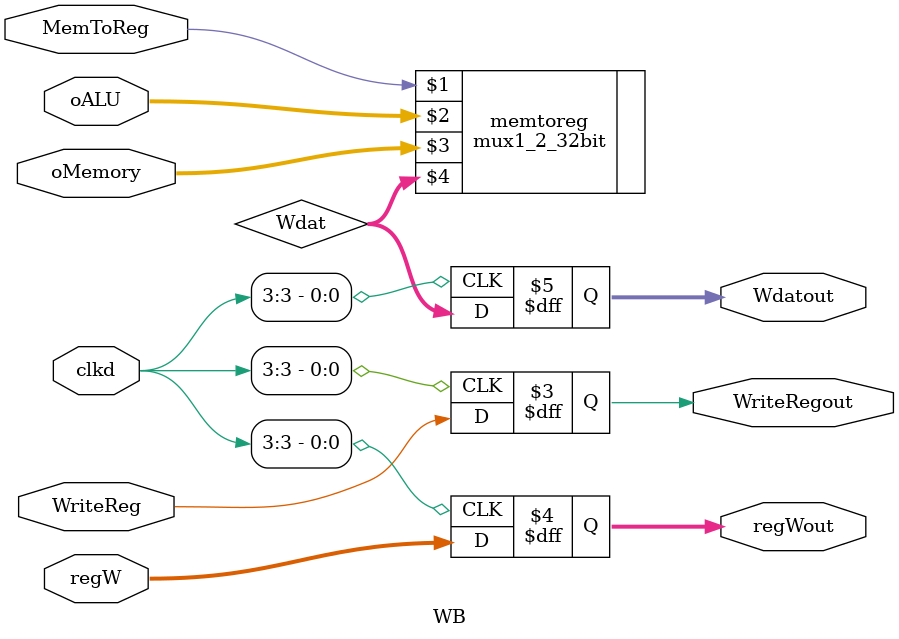
<source format=v>
`timescale 1ns / 1ps
module WB(
	input [31:0]clkd,
	input WriteReg,
	input MemToReg,
	input [31:0]oMemory,
	input [31:0]oALU,
	input [4:0]regW,
	output reg WriteRegout,
	output reg [4:0]regWout,
	output reg [31:0]Wdatout
    );
	 wire [31:0]Wdat;
	 mux1_2_32bit memtoreg(MemToReg, oALU, oMemory, Wdat);
	always @ (posedge clkd[3])begin
		WriteRegout<=WriteReg;
		regWout<=regW;
		Wdatout<=Wdat;
	end
	initial begin 
		WriteRegout = 0;
		regWout=0;
		Wdatout=0;
	end

endmodule

</source>
